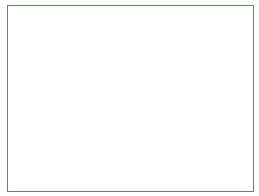
<source format=gbr>
G04 #@! TF.GenerationSoftware,KiCad,Pcbnew,(5.0.2)-1*
G04 #@! TF.CreationDate,2019-02-13T12:40:33+01:00*
G04 #@! TF.ProjectId,DICE-ADC-SMD,44494345-2d41-4444-932d-534d442e6b69,rev?*
G04 #@! TF.SameCoordinates,PX8e25b78PY3dbbafc*
G04 #@! TF.FileFunction,Profile,NP*
%FSLAX46Y46*%
G04 Gerber Fmt 4.6, Leading zero omitted, Abs format (unit mm)*
G04 Created by KiCad (PCBNEW (5.0.2)-1) date 13/02/2019 12:40:33*
%MOMM*%
%LPD*%
G01*
G04 APERTURE LIST*
%ADD10C,0.100000*%
G04 APERTURE END LIST*
D10*
X1823720Y17995900D02*
X22651720Y17995900D01*
X1823720Y2247900D02*
X1823720Y17995900D01*
X22651720Y2247900D02*
X1823720Y2247900D01*
X22651720Y17995900D02*
X22651720Y2247900D01*
M02*

</source>
